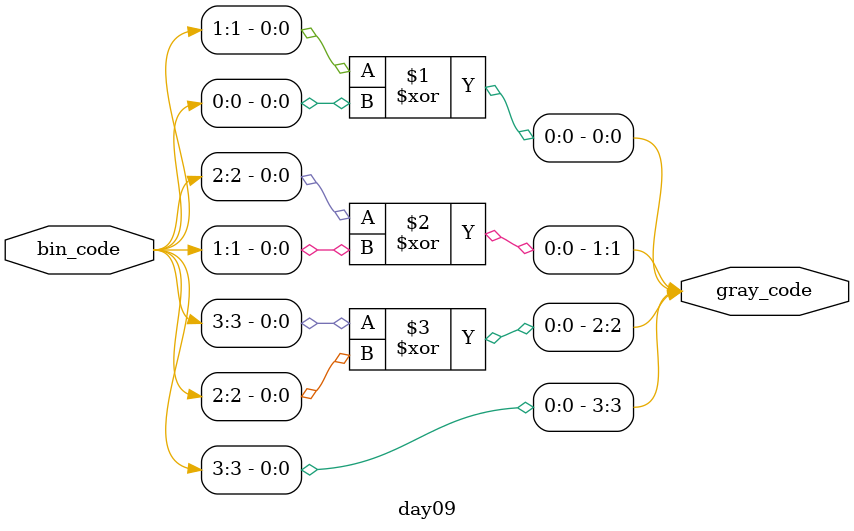
<source format=v>
module day09 
#(
    parameter BIN_LEN = 4
) 
(
    input   [BIN_LEN-1:0] bin_code,
    output  [BIN_LEN-1:0] gray_code
);
    genvar i;
    
    assign gray_code[BIN_LEN-1] = bin_code[BIN_LEN-1];

    for(i = 0; i < BIN_LEN - 1 ; i = i + 1)begin
        assign gray_code[i] = bin_code[i+1] ^ bin_code[i];
    end
    
endmodule
</source>
